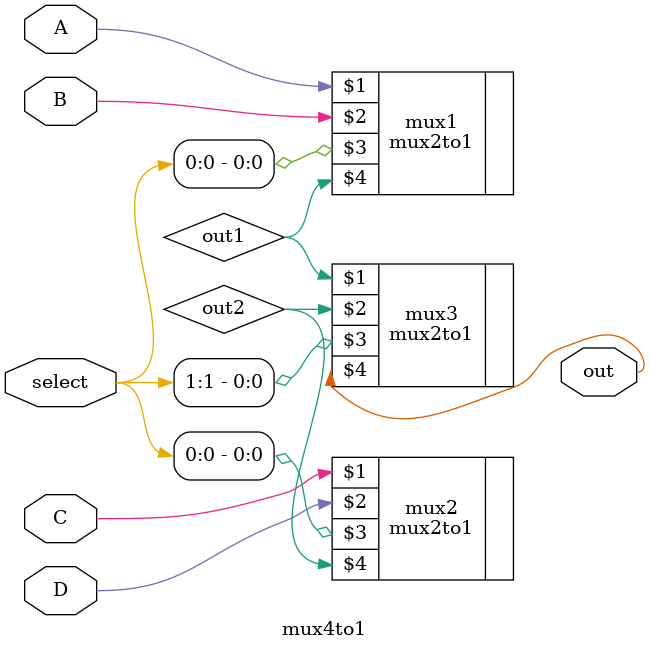
<source format=sv>
module mux4to1 (A, B, C, D, select, out);
	
	input logic A, B, C, D;
	input logic [1:0] select;
	output logic out;
	
	logic out1, out2;
	
	mux2to1 mux1 (A, B, select[0], out1);
	mux2to1 mux2 (C, D, select[0], out2);
	
	mux2to1 mux3 (out1, out2, select[1], out);

endmodule 
</source>
